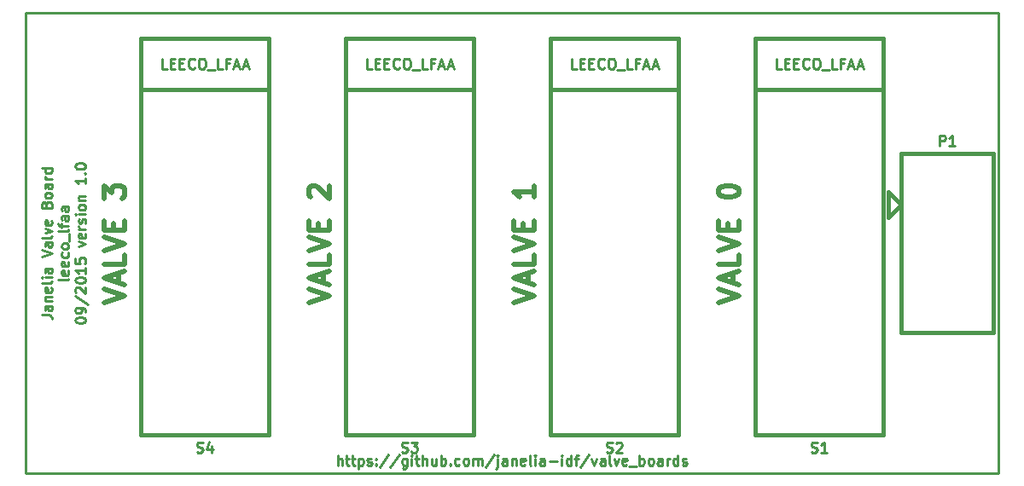
<source format=gto>
G04 #@! TF.FileFunction,Legend,Top*
%FSLAX46Y46*%
G04 Gerber Fmt 4.6, Leading zero omitted, Abs format (unit mm)*
G04 Created by KiCad (PCBNEW 0.201509091501+6172~30~ubuntu14.04.1-product) date Thu 10 Sep 2015 02:20:44 PM EDT*
%MOMM*%
G01*
G04 APERTURE LIST*
%ADD10C,0.100000*%
%ADD11C,0.254000*%
%ADD12C,0.508000*%
%ADD13C,0.228600*%
%ADD14C,0.381000*%
%ADD15R,2.533600X2.025600*%
%ADD16O,2.533600X2.025600*%
%ADD17C,4.464000*%
%ADD18C,4.337000*%
G04 APERTURE END LIST*
D10*
D11*
X90477219Y-90956189D02*
X91202933Y-90956189D01*
X91348076Y-91004569D01*
X91444838Y-91101331D01*
X91493219Y-91246474D01*
X91493219Y-91343236D01*
X91493219Y-90036951D02*
X90961029Y-90036951D01*
X90864267Y-90085332D01*
X90815886Y-90182094D01*
X90815886Y-90375617D01*
X90864267Y-90472379D01*
X91444838Y-90036951D02*
X91493219Y-90133713D01*
X91493219Y-90375617D01*
X91444838Y-90472379D01*
X91348076Y-90520760D01*
X91251314Y-90520760D01*
X91154552Y-90472379D01*
X91106171Y-90375617D01*
X91106171Y-90133713D01*
X91057790Y-90036951D01*
X90815886Y-89553141D02*
X91493219Y-89553141D01*
X90912648Y-89553141D02*
X90864267Y-89504760D01*
X90815886Y-89407998D01*
X90815886Y-89262856D01*
X90864267Y-89166094D01*
X90961029Y-89117713D01*
X91493219Y-89117713D01*
X91444838Y-88246856D02*
X91493219Y-88343618D01*
X91493219Y-88537141D01*
X91444838Y-88633903D01*
X91348076Y-88682284D01*
X90961029Y-88682284D01*
X90864267Y-88633903D01*
X90815886Y-88537141D01*
X90815886Y-88343618D01*
X90864267Y-88246856D01*
X90961029Y-88198475D01*
X91057790Y-88198475D01*
X91154552Y-88682284D01*
X91493219Y-87617903D02*
X91444838Y-87714665D01*
X91348076Y-87763046D01*
X90477219Y-87763046D01*
X91493219Y-87230856D02*
X90815886Y-87230856D01*
X90477219Y-87230856D02*
X90525600Y-87279237D01*
X90573981Y-87230856D01*
X90525600Y-87182475D01*
X90477219Y-87230856D01*
X90573981Y-87230856D01*
X91493219Y-86311618D02*
X90961029Y-86311618D01*
X90864267Y-86359999D01*
X90815886Y-86456761D01*
X90815886Y-86650284D01*
X90864267Y-86747046D01*
X91444838Y-86311618D02*
X91493219Y-86408380D01*
X91493219Y-86650284D01*
X91444838Y-86747046D01*
X91348076Y-86795427D01*
X91251314Y-86795427D01*
X91154552Y-86747046D01*
X91106171Y-86650284D01*
X91106171Y-86408380D01*
X91057790Y-86311618D01*
X90477219Y-85198856D02*
X91493219Y-84860189D01*
X90477219Y-84521523D01*
X91493219Y-83747428D02*
X90961029Y-83747428D01*
X90864267Y-83795809D01*
X90815886Y-83892571D01*
X90815886Y-84086094D01*
X90864267Y-84182856D01*
X91444838Y-83747428D02*
X91493219Y-83844190D01*
X91493219Y-84086094D01*
X91444838Y-84182856D01*
X91348076Y-84231237D01*
X91251314Y-84231237D01*
X91154552Y-84182856D01*
X91106171Y-84086094D01*
X91106171Y-83844190D01*
X91057790Y-83747428D01*
X91493219Y-83118475D02*
X91444838Y-83215237D01*
X91348076Y-83263618D01*
X90477219Y-83263618D01*
X90815886Y-82828190D02*
X91493219Y-82586285D01*
X90815886Y-82344381D01*
X91444838Y-81570286D02*
X91493219Y-81667048D01*
X91493219Y-81860571D01*
X91444838Y-81957333D01*
X91348076Y-82005714D01*
X90961029Y-82005714D01*
X90864267Y-81957333D01*
X90815886Y-81860571D01*
X90815886Y-81667048D01*
X90864267Y-81570286D01*
X90961029Y-81521905D01*
X91057790Y-81521905D01*
X91154552Y-82005714D01*
X90961029Y-79973715D02*
X91009410Y-79828572D01*
X91057790Y-79780191D01*
X91154552Y-79731810D01*
X91299695Y-79731810D01*
X91396457Y-79780191D01*
X91444838Y-79828572D01*
X91493219Y-79925334D01*
X91493219Y-80312381D01*
X90477219Y-80312381D01*
X90477219Y-79973715D01*
X90525600Y-79876953D01*
X90573981Y-79828572D01*
X90670743Y-79780191D01*
X90767505Y-79780191D01*
X90864267Y-79828572D01*
X90912648Y-79876953D01*
X90961029Y-79973715D01*
X90961029Y-80312381D01*
X91493219Y-79151238D02*
X91444838Y-79248000D01*
X91396457Y-79296381D01*
X91299695Y-79344762D01*
X91009410Y-79344762D01*
X90912648Y-79296381D01*
X90864267Y-79248000D01*
X90815886Y-79151238D01*
X90815886Y-79006096D01*
X90864267Y-78909334D01*
X90912648Y-78860953D01*
X91009410Y-78812572D01*
X91299695Y-78812572D01*
X91396457Y-78860953D01*
X91444838Y-78909334D01*
X91493219Y-79006096D01*
X91493219Y-79151238D01*
X91493219Y-77941715D02*
X90961029Y-77941715D01*
X90864267Y-77990096D01*
X90815886Y-78086858D01*
X90815886Y-78280381D01*
X90864267Y-78377143D01*
X91444838Y-77941715D02*
X91493219Y-78038477D01*
X91493219Y-78280381D01*
X91444838Y-78377143D01*
X91348076Y-78425524D01*
X91251314Y-78425524D01*
X91154552Y-78377143D01*
X91106171Y-78280381D01*
X91106171Y-78038477D01*
X91057790Y-77941715D01*
X91493219Y-77457905D02*
X90815886Y-77457905D01*
X91009410Y-77457905D02*
X90912648Y-77409524D01*
X90864267Y-77361143D01*
X90815886Y-77264381D01*
X90815886Y-77167620D01*
X91493219Y-76393525D02*
X90477219Y-76393525D01*
X91444838Y-76393525D02*
X91493219Y-76490287D01*
X91493219Y-76683810D01*
X91444838Y-76780572D01*
X91396457Y-76828953D01*
X91299695Y-76877334D01*
X91009410Y-76877334D01*
X90912648Y-76828953D01*
X90864267Y-76780572D01*
X90815886Y-76683810D01*
X90815886Y-76490287D01*
X90864267Y-76393525D01*
X93169619Y-87327617D02*
X93121238Y-87424379D01*
X93024476Y-87472760D01*
X92153619Y-87472760D01*
X93121238Y-86553523D02*
X93169619Y-86650285D01*
X93169619Y-86843808D01*
X93121238Y-86940570D01*
X93024476Y-86988951D01*
X92637429Y-86988951D01*
X92540667Y-86940570D01*
X92492286Y-86843808D01*
X92492286Y-86650285D01*
X92540667Y-86553523D01*
X92637429Y-86505142D01*
X92734190Y-86505142D01*
X92830952Y-86988951D01*
X93121238Y-85682666D02*
X93169619Y-85779428D01*
X93169619Y-85972951D01*
X93121238Y-86069713D01*
X93024476Y-86118094D01*
X92637429Y-86118094D01*
X92540667Y-86069713D01*
X92492286Y-85972951D01*
X92492286Y-85779428D01*
X92540667Y-85682666D01*
X92637429Y-85634285D01*
X92734190Y-85634285D01*
X92830952Y-86118094D01*
X93121238Y-84763428D02*
X93169619Y-84860190D01*
X93169619Y-85053713D01*
X93121238Y-85150475D01*
X93072857Y-85198856D01*
X92976095Y-85247237D01*
X92685810Y-85247237D01*
X92589048Y-85198856D01*
X92540667Y-85150475D01*
X92492286Y-85053713D01*
X92492286Y-84860190D01*
X92540667Y-84763428D01*
X93169619Y-84182856D02*
X93121238Y-84279618D01*
X93072857Y-84327999D01*
X92976095Y-84376380D01*
X92685810Y-84376380D01*
X92589048Y-84327999D01*
X92540667Y-84279618D01*
X92492286Y-84182856D01*
X92492286Y-84037714D01*
X92540667Y-83940952D01*
X92589048Y-83892571D01*
X92685810Y-83844190D01*
X92976095Y-83844190D01*
X93072857Y-83892571D01*
X93121238Y-83940952D01*
X93169619Y-84037714D01*
X93169619Y-84182856D01*
X93266381Y-83650666D02*
X93266381Y-82876571D01*
X93169619Y-82489523D02*
X93121238Y-82586285D01*
X93024476Y-82634666D01*
X92153619Y-82634666D01*
X92492286Y-82247619D02*
X92492286Y-81860571D01*
X93169619Y-82102476D02*
X92298762Y-82102476D01*
X92202000Y-82054095D01*
X92153619Y-81957333D01*
X92153619Y-81860571D01*
X93169619Y-81086477D02*
X92637429Y-81086477D01*
X92540667Y-81134858D01*
X92492286Y-81231620D01*
X92492286Y-81425143D01*
X92540667Y-81521905D01*
X93121238Y-81086477D02*
X93169619Y-81183239D01*
X93169619Y-81425143D01*
X93121238Y-81521905D01*
X93024476Y-81570286D01*
X92927714Y-81570286D01*
X92830952Y-81521905D01*
X92782571Y-81425143D01*
X92782571Y-81183239D01*
X92734190Y-81086477D01*
X93169619Y-80167239D02*
X92637429Y-80167239D01*
X92540667Y-80215620D01*
X92492286Y-80312382D01*
X92492286Y-80505905D01*
X92540667Y-80602667D01*
X93121238Y-80167239D02*
X93169619Y-80264001D01*
X93169619Y-80505905D01*
X93121238Y-80602667D01*
X93024476Y-80651048D01*
X92927714Y-80651048D01*
X92830952Y-80602667D01*
X92782571Y-80505905D01*
X92782571Y-80264001D01*
X92734190Y-80167239D01*
X93830019Y-91512570D02*
X93830019Y-91415809D01*
X93878400Y-91319047D01*
X93926781Y-91270666D01*
X94023543Y-91222285D01*
X94217067Y-91173904D01*
X94458971Y-91173904D01*
X94652495Y-91222285D01*
X94749257Y-91270666D01*
X94797638Y-91319047D01*
X94846019Y-91415809D01*
X94846019Y-91512570D01*
X94797638Y-91609332D01*
X94749257Y-91657713D01*
X94652495Y-91706094D01*
X94458971Y-91754475D01*
X94217067Y-91754475D01*
X94023543Y-91706094D01*
X93926781Y-91657713D01*
X93878400Y-91609332D01*
X93830019Y-91512570D01*
X94846019Y-90690094D02*
X94846019Y-90496570D01*
X94797638Y-90399809D01*
X94749257Y-90351428D01*
X94604114Y-90254666D01*
X94410590Y-90206285D01*
X94023543Y-90206285D01*
X93926781Y-90254666D01*
X93878400Y-90303047D01*
X93830019Y-90399809D01*
X93830019Y-90593332D01*
X93878400Y-90690094D01*
X93926781Y-90738475D01*
X94023543Y-90786856D01*
X94265448Y-90786856D01*
X94362210Y-90738475D01*
X94410590Y-90690094D01*
X94458971Y-90593332D01*
X94458971Y-90399809D01*
X94410590Y-90303047D01*
X94362210Y-90254666D01*
X94265448Y-90206285D01*
X93781638Y-89045142D02*
X95087924Y-89915999D01*
X93926781Y-88754856D02*
X93878400Y-88706475D01*
X93830019Y-88609713D01*
X93830019Y-88367809D01*
X93878400Y-88271047D01*
X93926781Y-88222666D01*
X94023543Y-88174285D01*
X94120305Y-88174285D01*
X94265448Y-88222666D01*
X94846019Y-88803237D01*
X94846019Y-88174285D01*
X93830019Y-87545332D02*
X93830019Y-87448571D01*
X93878400Y-87351809D01*
X93926781Y-87303428D01*
X94023543Y-87255047D01*
X94217067Y-87206666D01*
X94458971Y-87206666D01*
X94652495Y-87255047D01*
X94749257Y-87303428D01*
X94797638Y-87351809D01*
X94846019Y-87448571D01*
X94846019Y-87545332D01*
X94797638Y-87642094D01*
X94749257Y-87690475D01*
X94652495Y-87738856D01*
X94458971Y-87787237D01*
X94217067Y-87787237D01*
X94023543Y-87738856D01*
X93926781Y-87690475D01*
X93878400Y-87642094D01*
X93830019Y-87545332D01*
X94846019Y-86239047D02*
X94846019Y-86819618D01*
X94846019Y-86529332D02*
X93830019Y-86529332D01*
X93975162Y-86626094D01*
X94071924Y-86722856D01*
X94120305Y-86819618D01*
X93830019Y-85319809D02*
X93830019Y-85803618D01*
X94313829Y-85851999D01*
X94265448Y-85803618D01*
X94217067Y-85706856D01*
X94217067Y-85464952D01*
X94265448Y-85368190D01*
X94313829Y-85319809D01*
X94410590Y-85271428D01*
X94652495Y-85271428D01*
X94749257Y-85319809D01*
X94797638Y-85368190D01*
X94846019Y-85464952D01*
X94846019Y-85706856D01*
X94797638Y-85803618D01*
X94749257Y-85851999D01*
X94168686Y-84158666D02*
X94846019Y-83916761D01*
X94168686Y-83674857D01*
X94797638Y-82900762D02*
X94846019Y-82997524D01*
X94846019Y-83191047D01*
X94797638Y-83287809D01*
X94700876Y-83336190D01*
X94313829Y-83336190D01*
X94217067Y-83287809D01*
X94168686Y-83191047D01*
X94168686Y-82997524D01*
X94217067Y-82900762D01*
X94313829Y-82852381D01*
X94410590Y-82852381D01*
X94507352Y-83336190D01*
X94846019Y-82416952D02*
X94168686Y-82416952D01*
X94362210Y-82416952D02*
X94265448Y-82368571D01*
X94217067Y-82320190D01*
X94168686Y-82223428D01*
X94168686Y-82126667D01*
X94797638Y-81836381D02*
X94846019Y-81739619D01*
X94846019Y-81546095D01*
X94797638Y-81449334D01*
X94700876Y-81400953D01*
X94652495Y-81400953D01*
X94555733Y-81449334D01*
X94507352Y-81546095D01*
X94507352Y-81691238D01*
X94458971Y-81788000D01*
X94362210Y-81836381D01*
X94313829Y-81836381D01*
X94217067Y-81788000D01*
X94168686Y-81691238D01*
X94168686Y-81546095D01*
X94217067Y-81449334D01*
X94846019Y-80965524D02*
X94168686Y-80965524D01*
X93830019Y-80965524D02*
X93878400Y-81013905D01*
X93926781Y-80965524D01*
X93878400Y-80917143D01*
X93830019Y-80965524D01*
X93926781Y-80965524D01*
X94846019Y-80336571D02*
X94797638Y-80433333D01*
X94749257Y-80481714D01*
X94652495Y-80530095D01*
X94362210Y-80530095D01*
X94265448Y-80481714D01*
X94217067Y-80433333D01*
X94168686Y-80336571D01*
X94168686Y-80191429D01*
X94217067Y-80094667D01*
X94265448Y-80046286D01*
X94362210Y-79997905D01*
X94652495Y-79997905D01*
X94749257Y-80046286D01*
X94797638Y-80094667D01*
X94846019Y-80191429D01*
X94846019Y-80336571D01*
X94168686Y-79562476D02*
X94846019Y-79562476D01*
X94265448Y-79562476D02*
X94217067Y-79514095D01*
X94168686Y-79417333D01*
X94168686Y-79272191D01*
X94217067Y-79175429D01*
X94313829Y-79127048D01*
X94846019Y-79127048D01*
X94846019Y-77336953D02*
X94846019Y-77917524D01*
X94846019Y-77627238D02*
X93830019Y-77627238D01*
X93975162Y-77724000D01*
X94071924Y-77820762D01*
X94120305Y-77917524D01*
X94749257Y-76901524D02*
X94797638Y-76853143D01*
X94846019Y-76901524D01*
X94797638Y-76949905D01*
X94749257Y-76901524D01*
X94846019Y-76901524D01*
X93830019Y-76224190D02*
X93830019Y-76127429D01*
X93878400Y-76030667D01*
X93926781Y-75982286D01*
X94023543Y-75933905D01*
X94217067Y-75885524D01*
X94458971Y-75885524D01*
X94652495Y-75933905D01*
X94749257Y-75982286D01*
X94797638Y-76030667D01*
X94846019Y-76127429D01*
X94846019Y-76224190D01*
X94797638Y-76320952D01*
X94749257Y-76369333D01*
X94652495Y-76417714D01*
X94458971Y-76466095D01*
X94217067Y-76466095D01*
X94023543Y-76417714D01*
X93926781Y-76369333D01*
X93878400Y-76320952D01*
X93830019Y-76224190D01*
X119863811Y-105869619D02*
X119863811Y-104853619D01*
X120299239Y-105869619D02*
X120299239Y-105337429D01*
X120250858Y-105240667D01*
X120154096Y-105192286D01*
X120008954Y-105192286D01*
X119912192Y-105240667D01*
X119863811Y-105289048D01*
X120637906Y-105192286D02*
X121024954Y-105192286D01*
X120783049Y-104853619D02*
X120783049Y-105724476D01*
X120831430Y-105821238D01*
X120928192Y-105869619D01*
X121024954Y-105869619D01*
X121218477Y-105192286D02*
X121605525Y-105192286D01*
X121363620Y-104853619D02*
X121363620Y-105724476D01*
X121412001Y-105821238D01*
X121508763Y-105869619D01*
X121605525Y-105869619D01*
X121944191Y-105192286D02*
X121944191Y-106208286D01*
X121944191Y-105240667D02*
X122040953Y-105192286D01*
X122234476Y-105192286D01*
X122331238Y-105240667D01*
X122379619Y-105289048D01*
X122428000Y-105385810D01*
X122428000Y-105676095D01*
X122379619Y-105772857D01*
X122331238Y-105821238D01*
X122234476Y-105869619D01*
X122040953Y-105869619D01*
X121944191Y-105821238D01*
X122815048Y-105821238D02*
X122911810Y-105869619D01*
X123105334Y-105869619D01*
X123202095Y-105821238D01*
X123250476Y-105724476D01*
X123250476Y-105676095D01*
X123202095Y-105579333D01*
X123105334Y-105530952D01*
X122960191Y-105530952D01*
X122863429Y-105482571D01*
X122815048Y-105385810D01*
X122815048Y-105337429D01*
X122863429Y-105240667D01*
X122960191Y-105192286D01*
X123105334Y-105192286D01*
X123202095Y-105240667D01*
X123685905Y-105772857D02*
X123734286Y-105821238D01*
X123685905Y-105869619D01*
X123637524Y-105821238D01*
X123685905Y-105772857D01*
X123685905Y-105869619D01*
X123685905Y-105240667D02*
X123734286Y-105289048D01*
X123685905Y-105337429D01*
X123637524Y-105289048D01*
X123685905Y-105240667D01*
X123685905Y-105337429D01*
X124895429Y-104805238D02*
X124024572Y-106111524D01*
X125959810Y-104805238D02*
X125088953Y-106111524D01*
X126733905Y-105192286D02*
X126733905Y-106014762D01*
X126685524Y-106111524D01*
X126637143Y-106159905D01*
X126540382Y-106208286D01*
X126395239Y-106208286D01*
X126298477Y-106159905D01*
X126733905Y-105821238D02*
X126637143Y-105869619D01*
X126443620Y-105869619D01*
X126346858Y-105821238D01*
X126298477Y-105772857D01*
X126250096Y-105676095D01*
X126250096Y-105385810D01*
X126298477Y-105289048D01*
X126346858Y-105240667D01*
X126443620Y-105192286D01*
X126637143Y-105192286D01*
X126733905Y-105240667D01*
X127217715Y-105869619D02*
X127217715Y-105192286D01*
X127217715Y-104853619D02*
X127169334Y-104902000D01*
X127217715Y-104950381D01*
X127266096Y-104902000D01*
X127217715Y-104853619D01*
X127217715Y-104950381D01*
X127556382Y-105192286D02*
X127943430Y-105192286D01*
X127701525Y-104853619D02*
X127701525Y-105724476D01*
X127749906Y-105821238D01*
X127846668Y-105869619D01*
X127943430Y-105869619D01*
X128282096Y-105869619D02*
X128282096Y-104853619D01*
X128717524Y-105869619D02*
X128717524Y-105337429D01*
X128669143Y-105240667D01*
X128572381Y-105192286D01*
X128427239Y-105192286D01*
X128330477Y-105240667D01*
X128282096Y-105289048D01*
X129636762Y-105192286D02*
X129636762Y-105869619D01*
X129201334Y-105192286D02*
X129201334Y-105724476D01*
X129249715Y-105821238D01*
X129346477Y-105869619D01*
X129491619Y-105869619D01*
X129588381Y-105821238D01*
X129636762Y-105772857D01*
X130120572Y-105869619D02*
X130120572Y-104853619D01*
X130120572Y-105240667D02*
X130217334Y-105192286D01*
X130410857Y-105192286D01*
X130507619Y-105240667D01*
X130556000Y-105289048D01*
X130604381Y-105385810D01*
X130604381Y-105676095D01*
X130556000Y-105772857D01*
X130507619Y-105821238D01*
X130410857Y-105869619D01*
X130217334Y-105869619D01*
X130120572Y-105821238D01*
X131039810Y-105772857D02*
X131088191Y-105821238D01*
X131039810Y-105869619D01*
X130991429Y-105821238D01*
X131039810Y-105772857D01*
X131039810Y-105869619D01*
X131959048Y-105821238D02*
X131862286Y-105869619D01*
X131668763Y-105869619D01*
X131572001Y-105821238D01*
X131523620Y-105772857D01*
X131475239Y-105676095D01*
X131475239Y-105385810D01*
X131523620Y-105289048D01*
X131572001Y-105240667D01*
X131668763Y-105192286D01*
X131862286Y-105192286D01*
X131959048Y-105240667D01*
X132539620Y-105869619D02*
X132442858Y-105821238D01*
X132394477Y-105772857D01*
X132346096Y-105676095D01*
X132346096Y-105385810D01*
X132394477Y-105289048D01*
X132442858Y-105240667D01*
X132539620Y-105192286D01*
X132684762Y-105192286D01*
X132781524Y-105240667D01*
X132829905Y-105289048D01*
X132878286Y-105385810D01*
X132878286Y-105676095D01*
X132829905Y-105772857D01*
X132781524Y-105821238D01*
X132684762Y-105869619D01*
X132539620Y-105869619D01*
X133313715Y-105869619D02*
X133313715Y-105192286D01*
X133313715Y-105289048D02*
X133362096Y-105240667D01*
X133458858Y-105192286D01*
X133604000Y-105192286D01*
X133700762Y-105240667D01*
X133749143Y-105337429D01*
X133749143Y-105869619D01*
X133749143Y-105337429D02*
X133797524Y-105240667D01*
X133894286Y-105192286D01*
X134039429Y-105192286D01*
X134136191Y-105240667D01*
X134184572Y-105337429D01*
X134184572Y-105869619D01*
X135394096Y-104805238D02*
X134523239Y-106111524D01*
X135732763Y-105192286D02*
X135732763Y-106063143D01*
X135684382Y-106159905D01*
X135587620Y-106208286D01*
X135539239Y-106208286D01*
X135732763Y-104853619D02*
X135684382Y-104902000D01*
X135732763Y-104950381D01*
X135781144Y-104902000D01*
X135732763Y-104853619D01*
X135732763Y-104950381D01*
X136652001Y-105869619D02*
X136652001Y-105337429D01*
X136603620Y-105240667D01*
X136506858Y-105192286D01*
X136313335Y-105192286D01*
X136216573Y-105240667D01*
X136652001Y-105821238D02*
X136555239Y-105869619D01*
X136313335Y-105869619D01*
X136216573Y-105821238D01*
X136168192Y-105724476D01*
X136168192Y-105627714D01*
X136216573Y-105530952D01*
X136313335Y-105482571D01*
X136555239Y-105482571D01*
X136652001Y-105434190D01*
X137135811Y-105192286D02*
X137135811Y-105869619D01*
X137135811Y-105289048D02*
X137184192Y-105240667D01*
X137280954Y-105192286D01*
X137426096Y-105192286D01*
X137522858Y-105240667D01*
X137571239Y-105337429D01*
X137571239Y-105869619D01*
X138442096Y-105821238D02*
X138345334Y-105869619D01*
X138151811Y-105869619D01*
X138055049Y-105821238D01*
X138006668Y-105724476D01*
X138006668Y-105337429D01*
X138055049Y-105240667D01*
X138151811Y-105192286D01*
X138345334Y-105192286D01*
X138442096Y-105240667D01*
X138490477Y-105337429D01*
X138490477Y-105434190D01*
X138006668Y-105530952D01*
X139071049Y-105869619D02*
X138974287Y-105821238D01*
X138925906Y-105724476D01*
X138925906Y-104853619D01*
X139458096Y-105869619D02*
X139458096Y-105192286D01*
X139458096Y-104853619D02*
X139409715Y-104902000D01*
X139458096Y-104950381D01*
X139506477Y-104902000D01*
X139458096Y-104853619D01*
X139458096Y-104950381D01*
X140377334Y-105869619D02*
X140377334Y-105337429D01*
X140328953Y-105240667D01*
X140232191Y-105192286D01*
X140038668Y-105192286D01*
X139941906Y-105240667D01*
X140377334Y-105821238D02*
X140280572Y-105869619D01*
X140038668Y-105869619D01*
X139941906Y-105821238D01*
X139893525Y-105724476D01*
X139893525Y-105627714D01*
X139941906Y-105530952D01*
X140038668Y-105482571D01*
X140280572Y-105482571D01*
X140377334Y-105434190D01*
X140861144Y-105482571D02*
X141635239Y-105482571D01*
X142119049Y-105869619D02*
X142119049Y-105192286D01*
X142119049Y-104853619D02*
X142070668Y-104902000D01*
X142119049Y-104950381D01*
X142167430Y-104902000D01*
X142119049Y-104853619D01*
X142119049Y-104950381D01*
X143038287Y-105869619D02*
X143038287Y-104853619D01*
X143038287Y-105821238D02*
X142941525Y-105869619D01*
X142748002Y-105869619D01*
X142651240Y-105821238D01*
X142602859Y-105772857D01*
X142554478Y-105676095D01*
X142554478Y-105385810D01*
X142602859Y-105289048D01*
X142651240Y-105240667D01*
X142748002Y-105192286D01*
X142941525Y-105192286D01*
X143038287Y-105240667D01*
X143376954Y-105192286D02*
X143764002Y-105192286D01*
X143522097Y-105869619D02*
X143522097Y-104998762D01*
X143570478Y-104902000D01*
X143667240Y-104853619D01*
X143764002Y-104853619D01*
X144828382Y-104805238D02*
X143957525Y-106111524D01*
X145070287Y-105192286D02*
X145312192Y-105869619D01*
X145554096Y-105192286D01*
X146376572Y-105869619D02*
X146376572Y-105337429D01*
X146328191Y-105240667D01*
X146231429Y-105192286D01*
X146037906Y-105192286D01*
X145941144Y-105240667D01*
X146376572Y-105821238D02*
X146279810Y-105869619D01*
X146037906Y-105869619D01*
X145941144Y-105821238D01*
X145892763Y-105724476D01*
X145892763Y-105627714D01*
X145941144Y-105530952D01*
X146037906Y-105482571D01*
X146279810Y-105482571D01*
X146376572Y-105434190D01*
X147005525Y-105869619D02*
X146908763Y-105821238D01*
X146860382Y-105724476D01*
X146860382Y-104853619D01*
X147295810Y-105192286D02*
X147537715Y-105869619D01*
X147779619Y-105192286D01*
X148553714Y-105821238D02*
X148456952Y-105869619D01*
X148263429Y-105869619D01*
X148166667Y-105821238D01*
X148118286Y-105724476D01*
X148118286Y-105337429D01*
X148166667Y-105240667D01*
X148263429Y-105192286D01*
X148456952Y-105192286D01*
X148553714Y-105240667D01*
X148602095Y-105337429D01*
X148602095Y-105434190D01*
X148118286Y-105530952D01*
X148795619Y-105966381D02*
X149569714Y-105966381D01*
X149811619Y-105869619D02*
X149811619Y-104853619D01*
X149811619Y-105240667D02*
X149908381Y-105192286D01*
X150101904Y-105192286D01*
X150198666Y-105240667D01*
X150247047Y-105289048D01*
X150295428Y-105385810D01*
X150295428Y-105676095D01*
X150247047Y-105772857D01*
X150198666Y-105821238D01*
X150101904Y-105869619D01*
X149908381Y-105869619D01*
X149811619Y-105821238D01*
X150876000Y-105869619D02*
X150779238Y-105821238D01*
X150730857Y-105772857D01*
X150682476Y-105676095D01*
X150682476Y-105385810D01*
X150730857Y-105289048D01*
X150779238Y-105240667D01*
X150876000Y-105192286D01*
X151021142Y-105192286D01*
X151117904Y-105240667D01*
X151166285Y-105289048D01*
X151214666Y-105385810D01*
X151214666Y-105676095D01*
X151166285Y-105772857D01*
X151117904Y-105821238D01*
X151021142Y-105869619D01*
X150876000Y-105869619D01*
X152085523Y-105869619D02*
X152085523Y-105337429D01*
X152037142Y-105240667D01*
X151940380Y-105192286D01*
X151746857Y-105192286D01*
X151650095Y-105240667D01*
X152085523Y-105821238D02*
X151988761Y-105869619D01*
X151746857Y-105869619D01*
X151650095Y-105821238D01*
X151601714Y-105724476D01*
X151601714Y-105627714D01*
X151650095Y-105530952D01*
X151746857Y-105482571D01*
X151988761Y-105482571D01*
X152085523Y-105434190D01*
X152569333Y-105869619D02*
X152569333Y-105192286D01*
X152569333Y-105385810D02*
X152617714Y-105289048D01*
X152666095Y-105240667D01*
X152762857Y-105192286D01*
X152859618Y-105192286D01*
X153633713Y-105869619D02*
X153633713Y-104853619D01*
X153633713Y-105821238D02*
X153536951Y-105869619D01*
X153343428Y-105869619D01*
X153246666Y-105821238D01*
X153198285Y-105772857D01*
X153149904Y-105676095D01*
X153149904Y-105385810D01*
X153198285Y-105289048D01*
X153246666Y-105240667D01*
X153343428Y-105192286D01*
X153536951Y-105192286D01*
X153633713Y-105240667D01*
X154069142Y-105821238D02*
X154165904Y-105869619D01*
X154359428Y-105869619D01*
X154456189Y-105821238D01*
X154504570Y-105724476D01*
X154504570Y-105676095D01*
X154456189Y-105579333D01*
X154359428Y-105530952D01*
X154214285Y-105530952D01*
X154117523Y-105482571D01*
X154069142Y-105385810D01*
X154069142Y-105337429D01*
X154117523Y-105240667D01*
X154214285Y-105192286D01*
X154359428Y-105192286D01*
X154456189Y-105240667D01*
D12*
X96677238Y-89722475D02*
X98709238Y-89045142D01*
X96677238Y-88367809D01*
X98128667Y-87787237D02*
X98128667Y-86819618D01*
X98709238Y-87980761D02*
X96677238Y-87303428D01*
X98709238Y-86626095D01*
X98709238Y-84981142D02*
X98709238Y-85948761D01*
X96677238Y-85948761D01*
X96677238Y-84594095D02*
X98709238Y-83916762D01*
X96677238Y-83239429D01*
X97644857Y-82562095D02*
X97644857Y-81884762D01*
X98709238Y-81594476D02*
X98709238Y-82562095D01*
X96677238Y-82562095D01*
X96677238Y-81594476D01*
X96677238Y-79368953D02*
X96677238Y-78111049D01*
X97451333Y-78788382D01*
X97451333Y-78498096D01*
X97548095Y-78304572D01*
X97644857Y-78207810D01*
X97838381Y-78111049D01*
X98322190Y-78111049D01*
X98515714Y-78207810D01*
X98612476Y-78304572D01*
X98709238Y-78498096D01*
X98709238Y-79078668D01*
X98612476Y-79272191D01*
X98515714Y-79368953D01*
X137317238Y-89722475D02*
X139349238Y-89045142D01*
X137317238Y-88367809D01*
X138768667Y-87787237D02*
X138768667Y-86819618D01*
X139349238Y-87980761D02*
X137317238Y-87303428D01*
X139349238Y-86626095D01*
X139349238Y-84981142D02*
X139349238Y-85948761D01*
X137317238Y-85948761D01*
X137317238Y-84594095D02*
X139349238Y-83916762D01*
X137317238Y-83239429D01*
X138284857Y-82562095D02*
X138284857Y-81884762D01*
X139349238Y-81594476D02*
X139349238Y-82562095D01*
X137317238Y-82562095D01*
X137317238Y-81594476D01*
X139349238Y-78111049D02*
X139349238Y-79272191D01*
X139349238Y-78691620D02*
X137317238Y-78691620D01*
X137607524Y-78885144D01*
X137801048Y-79078668D01*
X137897810Y-79272191D01*
X116997238Y-89722475D02*
X119029238Y-89045142D01*
X116997238Y-88367809D01*
X118448667Y-87787237D02*
X118448667Y-86819618D01*
X119029238Y-87980761D02*
X116997238Y-87303428D01*
X119029238Y-86626095D01*
X119029238Y-84981142D02*
X119029238Y-85948761D01*
X116997238Y-85948761D01*
X116997238Y-84594095D02*
X119029238Y-83916762D01*
X116997238Y-83239429D01*
X117964857Y-82562095D02*
X117964857Y-81884762D01*
X119029238Y-81594476D02*
X119029238Y-82562095D01*
X116997238Y-82562095D01*
X116997238Y-81594476D01*
X117190762Y-79272191D02*
X117094000Y-79175429D01*
X116997238Y-78981906D01*
X116997238Y-78498096D01*
X117094000Y-78304572D01*
X117190762Y-78207810D01*
X117384286Y-78111049D01*
X117577810Y-78111049D01*
X117868095Y-78207810D01*
X119029238Y-79368953D01*
X119029238Y-78111049D01*
X157637238Y-89722475D02*
X159669238Y-89045142D01*
X157637238Y-88367809D01*
X159088667Y-87787237D02*
X159088667Y-86819618D01*
X159669238Y-87980761D02*
X157637238Y-87303428D01*
X159669238Y-86626095D01*
X159669238Y-84981142D02*
X159669238Y-85948761D01*
X157637238Y-85948761D01*
X157637238Y-84594095D02*
X159669238Y-83916762D01*
X157637238Y-83239429D01*
X158604857Y-82562095D02*
X158604857Y-81884762D01*
X159669238Y-81594476D02*
X159669238Y-82562095D01*
X157637238Y-82562095D01*
X157637238Y-81594476D01*
X157637238Y-78788382D02*
X157637238Y-78594858D01*
X157734000Y-78401334D01*
X157830762Y-78304572D01*
X158024286Y-78207810D01*
X158411333Y-78111049D01*
X158895143Y-78111049D01*
X159282190Y-78207810D01*
X159475714Y-78304572D01*
X159572476Y-78401334D01*
X159669238Y-78594858D01*
X159669238Y-78788382D01*
X159572476Y-78981906D01*
X159475714Y-79078668D01*
X159282190Y-79175429D01*
X158895143Y-79272191D01*
X158411333Y-79272191D01*
X158024286Y-79175429D01*
X157830762Y-79078668D01*
X157734000Y-78981906D01*
X157637238Y-78788382D01*
D13*
X185420000Y-60960000D02*
X88900000Y-60960000D01*
X185420000Y-106680000D02*
X185420000Y-60960000D01*
X88900000Y-106680000D02*
X185420000Y-106680000D01*
X88900000Y-60960000D02*
X88900000Y-106680000D01*
D14*
X184912000Y-92710000D02*
X184912000Y-74930000D01*
X175768000Y-74930000D02*
X175768000Y-92710000D01*
X175768000Y-92710000D02*
X184912000Y-92710000D01*
X175768000Y-74930000D02*
X184912000Y-74930000D01*
X175768000Y-80010000D02*
X174498000Y-78740000D01*
X174498000Y-78740000D02*
X174498000Y-81280000D01*
X174498000Y-81280000D02*
X175768000Y-80010000D01*
X100330000Y-68580000D02*
X113030000Y-68580000D01*
X100330000Y-63500000D02*
X113030000Y-63500000D01*
X113030000Y-63500000D02*
X113030000Y-102870000D01*
X113030000Y-102870000D02*
X100330000Y-102870000D01*
X100330000Y-102870000D02*
X100330000Y-63500000D01*
X120650000Y-68580000D02*
X133350000Y-68580000D01*
X120650000Y-63500000D02*
X133350000Y-63500000D01*
X133350000Y-63500000D02*
X133350000Y-102870000D01*
X133350000Y-102870000D02*
X120650000Y-102870000D01*
X120650000Y-102870000D02*
X120650000Y-63500000D01*
X140970000Y-68580000D02*
X153670000Y-68580000D01*
X140970000Y-63500000D02*
X153670000Y-63500000D01*
X153670000Y-63500000D02*
X153670000Y-102870000D01*
X153670000Y-102870000D02*
X140970000Y-102870000D01*
X140970000Y-102870000D02*
X140970000Y-63500000D01*
X161290000Y-68580000D02*
X173990000Y-68580000D01*
X161290000Y-63500000D02*
X173990000Y-63500000D01*
X173990000Y-63500000D02*
X173990000Y-102870000D01*
X173990000Y-102870000D02*
X161290000Y-102870000D01*
X161290000Y-102870000D02*
X161290000Y-63500000D01*
D11*
X179590096Y-74119619D02*
X179590096Y-73103619D01*
X179977143Y-73103619D01*
X180073905Y-73152000D01*
X180122286Y-73200381D01*
X180170667Y-73297143D01*
X180170667Y-73442286D01*
X180122286Y-73539048D01*
X180073905Y-73587429D01*
X179977143Y-73635810D01*
X179590096Y-73635810D01*
X181138286Y-74119619D02*
X180557715Y-74119619D01*
X180848001Y-74119619D02*
X180848001Y-73103619D01*
X180751239Y-73248762D01*
X180654477Y-73345524D01*
X180557715Y-73393905D01*
X105905905Y-104551238D02*
X106051048Y-104599619D01*
X106292952Y-104599619D01*
X106389714Y-104551238D01*
X106438095Y-104502857D01*
X106486476Y-104406095D01*
X106486476Y-104309333D01*
X106438095Y-104212571D01*
X106389714Y-104164190D01*
X106292952Y-104115810D01*
X106099429Y-104067429D01*
X106002667Y-104019048D01*
X105954286Y-103970667D01*
X105905905Y-103873905D01*
X105905905Y-103777143D01*
X105954286Y-103680381D01*
X106002667Y-103632000D01*
X106099429Y-103583619D01*
X106341333Y-103583619D01*
X106486476Y-103632000D01*
X107357333Y-103922286D02*
X107357333Y-104599619D01*
X107115429Y-103535238D02*
X106873524Y-104260952D01*
X107502476Y-104260952D01*
X102930477Y-66499619D02*
X102446668Y-66499619D01*
X102446668Y-65483619D01*
X103269144Y-65967429D02*
X103607810Y-65967429D01*
X103752953Y-66499619D02*
X103269144Y-66499619D01*
X103269144Y-65483619D01*
X103752953Y-65483619D01*
X104188382Y-65967429D02*
X104527048Y-65967429D01*
X104672191Y-66499619D02*
X104188382Y-66499619D01*
X104188382Y-65483619D01*
X104672191Y-65483619D01*
X105688191Y-66402857D02*
X105639810Y-66451238D01*
X105494667Y-66499619D01*
X105397905Y-66499619D01*
X105252763Y-66451238D01*
X105156001Y-66354476D01*
X105107620Y-66257714D01*
X105059239Y-66064190D01*
X105059239Y-65919048D01*
X105107620Y-65725524D01*
X105156001Y-65628762D01*
X105252763Y-65532000D01*
X105397905Y-65483619D01*
X105494667Y-65483619D01*
X105639810Y-65532000D01*
X105688191Y-65580381D01*
X106317144Y-65483619D02*
X106510667Y-65483619D01*
X106607429Y-65532000D01*
X106704191Y-65628762D01*
X106752572Y-65822286D01*
X106752572Y-66160952D01*
X106704191Y-66354476D01*
X106607429Y-66451238D01*
X106510667Y-66499619D01*
X106317144Y-66499619D01*
X106220382Y-66451238D01*
X106123620Y-66354476D01*
X106075239Y-66160952D01*
X106075239Y-65822286D01*
X106123620Y-65628762D01*
X106220382Y-65532000D01*
X106317144Y-65483619D01*
X106946096Y-66596381D02*
X107720191Y-66596381D01*
X108445905Y-66499619D02*
X107962096Y-66499619D01*
X107962096Y-65483619D01*
X109123238Y-65967429D02*
X108784572Y-65967429D01*
X108784572Y-66499619D02*
X108784572Y-65483619D01*
X109268381Y-65483619D01*
X109607048Y-66209333D02*
X110090857Y-66209333D01*
X109510286Y-66499619D02*
X109848953Y-65483619D01*
X110187619Y-66499619D01*
X110477905Y-66209333D02*
X110961714Y-66209333D01*
X110381143Y-66499619D02*
X110719810Y-65483619D01*
X111058476Y-66499619D01*
X126225905Y-104551238D02*
X126371048Y-104599619D01*
X126612952Y-104599619D01*
X126709714Y-104551238D01*
X126758095Y-104502857D01*
X126806476Y-104406095D01*
X126806476Y-104309333D01*
X126758095Y-104212571D01*
X126709714Y-104164190D01*
X126612952Y-104115810D01*
X126419429Y-104067429D01*
X126322667Y-104019048D01*
X126274286Y-103970667D01*
X126225905Y-103873905D01*
X126225905Y-103777143D01*
X126274286Y-103680381D01*
X126322667Y-103632000D01*
X126419429Y-103583619D01*
X126661333Y-103583619D01*
X126806476Y-103632000D01*
X127145143Y-103583619D02*
X127774095Y-103583619D01*
X127435429Y-103970667D01*
X127580571Y-103970667D01*
X127677333Y-104019048D01*
X127725714Y-104067429D01*
X127774095Y-104164190D01*
X127774095Y-104406095D01*
X127725714Y-104502857D01*
X127677333Y-104551238D01*
X127580571Y-104599619D01*
X127290286Y-104599619D01*
X127193524Y-104551238D01*
X127145143Y-104502857D01*
X123250477Y-66499619D02*
X122766668Y-66499619D01*
X122766668Y-65483619D01*
X123589144Y-65967429D02*
X123927810Y-65967429D01*
X124072953Y-66499619D02*
X123589144Y-66499619D01*
X123589144Y-65483619D01*
X124072953Y-65483619D01*
X124508382Y-65967429D02*
X124847048Y-65967429D01*
X124992191Y-66499619D02*
X124508382Y-66499619D01*
X124508382Y-65483619D01*
X124992191Y-65483619D01*
X126008191Y-66402857D02*
X125959810Y-66451238D01*
X125814667Y-66499619D01*
X125717905Y-66499619D01*
X125572763Y-66451238D01*
X125476001Y-66354476D01*
X125427620Y-66257714D01*
X125379239Y-66064190D01*
X125379239Y-65919048D01*
X125427620Y-65725524D01*
X125476001Y-65628762D01*
X125572763Y-65532000D01*
X125717905Y-65483619D01*
X125814667Y-65483619D01*
X125959810Y-65532000D01*
X126008191Y-65580381D01*
X126637144Y-65483619D02*
X126830667Y-65483619D01*
X126927429Y-65532000D01*
X127024191Y-65628762D01*
X127072572Y-65822286D01*
X127072572Y-66160952D01*
X127024191Y-66354476D01*
X126927429Y-66451238D01*
X126830667Y-66499619D01*
X126637144Y-66499619D01*
X126540382Y-66451238D01*
X126443620Y-66354476D01*
X126395239Y-66160952D01*
X126395239Y-65822286D01*
X126443620Y-65628762D01*
X126540382Y-65532000D01*
X126637144Y-65483619D01*
X127266096Y-66596381D02*
X128040191Y-66596381D01*
X128765905Y-66499619D02*
X128282096Y-66499619D01*
X128282096Y-65483619D01*
X129443238Y-65967429D02*
X129104572Y-65967429D01*
X129104572Y-66499619D02*
X129104572Y-65483619D01*
X129588381Y-65483619D01*
X129927048Y-66209333D02*
X130410857Y-66209333D01*
X129830286Y-66499619D02*
X130168953Y-65483619D01*
X130507619Y-66499619D01*
X130797905Y-66209333D02*
X131281714Y-66209333D01*
X130701143Y-66499619D02*
X131039810Y-65483619D01*
X131378476Y-66499619D01*
X146545905Y-104551238D02*
X146691048Y-104599619D01*
X146932952Y-104599619D01*
X147029714Y-104551238D01*
X147078095Y-104502857D01*
X147126476Y-104406095D01*
X147126476Y-104309333D01*
X147078095Y-104212571D01*
X147029714Y-104164190D01*
X146932952Y-104115810D01*
X146739429Y-104067429D01*
X146642667Y-104019048D01*
X146594286Y-103970667D01*
X146545905Y-103873905D01*
X146545905Y-103777143D01*
X146594286Y-103680381D01*
X146642667Y-103632000D01*
X146739429Y-103583619D01*
X146981333Y-103583619D01*
X147126476Y-103632000D01*
X147513524Y-103680381D02*
X147561905Y-103632000D01*
X147658667Y-103583619D01*
X147900571Y-103583619D01*
X147997333Y-103632000D01*
X148045714Y-103680381D01*
X148094095Y-103777143D01*
X148094095Y-103873905D01*
X148045714Y-104019048D01*
X147465143Y-104599619D01*
X148094095Y-104599619D01*
X143570477Y-66499619D02*
X143086668Y-66499619D01*
X143086668Y-65483619D01*
X143909144Y-65967429D02*
X144247810Y-65967429D01*
X144392953Y-66499619D02*
X143909144Y-66499619D01*
X143909144Y-65483619D01*
X144392953Y-65483619D01*
X144828382Y-65967429D02*
X145167048Y-65967429D01*
X145312191Y-66499619D02*
X144828382Y-66499619D01*
X144828382Y-65483619D01*
X145312191Y-65483619D01*
X146328191Y-66402857D02*
X146279810Y-66451238D01*
X146134667Y-66499619D01*
X146037905Y-66499619D01*
X145892763Y-66451238D01*
X145796001Y-66354476D01*
X145747620Y-66257714D01*
X145699239Y-66064190D01*
X145699239Y-65919048D01*
X145747620Y-65725524D01*
X145796001Y-65628762D01*
X145892763Y-65532000D01*
X146037905Y-65483619D01*
X146134667Y-65483619D01*
X146279810Y-65532000D01*
X146328191Y-65580381D01*
X146957144Y-65483619D02*
X147150667Y-65483619D01*
X147247429Y-65532000D01*
X147344191Y-65628762D01*
X147392572Y-65822286D01*
X147392572Y-66160952D01*
X147344191Y-66354476D01*
X147247429Y-66451238D01*
X147150667Y-66499619D01*
X146957144Y-66499619D01*
X146860382Y-66451238D01*
X146763620Y-66354476D01*
X146715239Y-66160952D01*
X146715239Y-65822286D01*
X146763620Y-65628762D01*
X146860382Y-65532000D01*
X146957144Y-65483619D01*
X147586096Y-66596381D02*
X148360191Y-66596381D01*
X149085905Y-66499619D02*
X148602096Y-66499619D01*
X148602096Y-65483619D01*
X149763238Y-65967429D02*
X149424572Y-65967429D01*
X149424572Y-66499619D02*
X149424572Y-65483619D01*
X149908381Y-65483619D01*
X150247048Y-66209333D02*
X150730857Y-66209333D01*
X150150286Y-66499619D02*
X150488953Y-65483619D01*
X150827619Y-66499619D01*
X151117905Y-66209333D02*
X151601714Y-66209333D01*
X151021143Y-66499619D02*
X151359810Y-65483619D01*
X151698476Y-66499619D01*
X166865905Y-104551238D02*
X167011048Y-104599619D01*
X167252952Y-104599619D01*
X167349714Y-104551238D01*
X167398095Y-104502857D01*
X167446476Y-104406095D01*
X167446476Y-104309333D01*
X167398095Y-104212571D01*
X167349714Y-104164190D01*
X167252952Y-104115810D01*
X167059429Y-104067429D01*
X166962667Y-104019048D01*
X166914286Y-103970667D01*
X166865905Y-103873905D01*
X166865905Y-103777143D01*
X166914286Y-103680381D01*
X166962667Y-103632000D01*
X167059429Y-103583619D01*
X167301333Y-103583619D01*
X167446476Y-103632000D01*
X168414095Y-104599619D02*
X167833524Y-104599619D01*
X168123810Y-104599619D02*
X168123810Y-103583619D01*
X168027048Y-103728762D01*
X167930286Y-103825524D01*
X167833524Y-103873905D01*
X163890477Y-66499619D02*
X163406668Y-66499619D01*
X163406668Y-65483619D01*
X164229144Y-65967429D02*
X164567810Y-65967429D01*
X164712953Y-66499619D02*
X164229144Y-66499619D01*
X164229144Y-65483619D01*
X164712953Y-65483619D01*
X165148382Y-65967429D02*
X165487048Y-65967429D01*
X165632191Y-66499619D02*
X165148382Y-66499619D01*
X165148382Y-65483619D01*
X165632191Y-65483619D01*
X166648191Y-66402857D02*
X166599810Y-66451238D01*
X166454667Y-66499619D01*
X166357905Y-66499619D01*
X166212763Y-66451238D01*
X166116001Y-66354476D01*
X166067620Y-66257714D01*
X166019239Y-66064190D01*
X166019239Y-65919048D01*
X166067620Y-65725524D01*
X166116001Y-65628762D01*
X166212763Y-65532000D01*
X166357905Y-65483619D01*
X166454667Y-65483619D01*
X166599810Y-65532000D01*
X166648191Y-65580381D01*
X167277144Y-65483619D02*
X167470667Y-65483619D01*
X167567429Y-65532000D01*
X167664191Y-65628762D01*
X167712572Y-65822286D01*
X167712572Y-66160952D01*
X167664191Y-66354476D01*
X167567429Y-66451238D01*
X167470667Y-66499619D01*
X167277144Y-66499619D01*
X167180382Y-66451238D01*
X167083620Y-66354476D01*
X167035239Y-66160952D01*
X167035239Y-65822286D01*
X167083620Y-65628762D01*
X167180382Y-65532000D01*
X167277144Y-65483619D01*
X167906096Y-66596381D02*
X168680191Y-66596381D01*
X169405905Y-66499619D02*
X168922096Y-66499619D01*
X168922096Y-65483619D01*
X170083238Y-65967429D02*
X169744572Y-65967429D01*
X169744572Y-66499619D02*
X169744572Y-65483619D01*
X170228381Y-65483619D01*
X170567048Y-66209333D02*
X171050857Y-66209333D01*
X170470286Y-66499619D02*
X170808953Y-65483619D01*
X171147619Y-66499619D01*
X171437905Y-66209333D02*
X171921714Y-66209333D01*
X171341143Y-66499619D02*
X171679810Y-65483619D01*
X172018476Y-66499619D01*
%LPC*%
D15*
X178816000Y-80010000D03*
D16*
X181864000Y-80010000D03*
X178816000Y-82550000D03*
X181864000Y-82550000D03*
X178816000Y-85090000D03*
X181864000Y-85090000D03*
X178816000Y-87630000D03*
X181864000Y-87630000D03*
D17*
X102870000Y-76200000D03*
X110490000Y-76200000D03*
X123190000Y-76200000D03*
X130810000Y-76200000D03*
X143510000Y-76200000D03*
X151130000Y-76200000D03*
X163830000Y-76200000D03*
X171450000Y-76200000D03*
D18*
X91440000Y-63500000D03*
X182880000Y-63500000D03*
X91440000Y-104140000D03*
X182880000Y-104140000D03*
M02*

</source>
